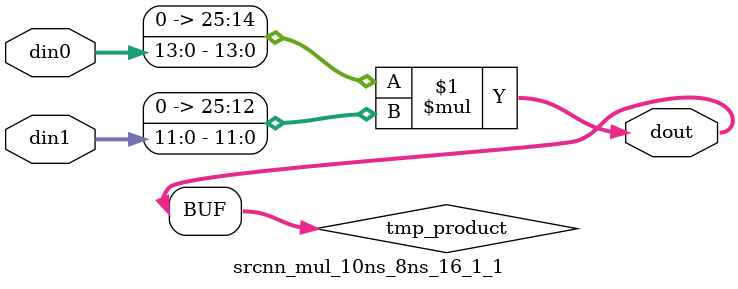
<source format=v>

`timescale 1 ns / 1 ps

  module srcnn_mul_10ns_8ns_16_1_1(din0, din1, dout);
parameter ID = 1;
parameter NUM_STAGE = 0;
parameter din0_WIDTH = 14;
parameter din1_WIDTH = 12;
parameter dout_WIDTH = 26;

input [din0_WIDTH - 1 : 0] din0; 
input [din1_WIDTH - 1 : 0] din1; 
output [dout_WIDTH - 1 : 0] dout;

wire signed [dout_WIDTH - 1 : 0] tmp_product;










assign tmp_product = $signed({1'b0, din0}) * $signed({1'b0, din1});











assign dout = tmp_product;







endmodule

</source>
